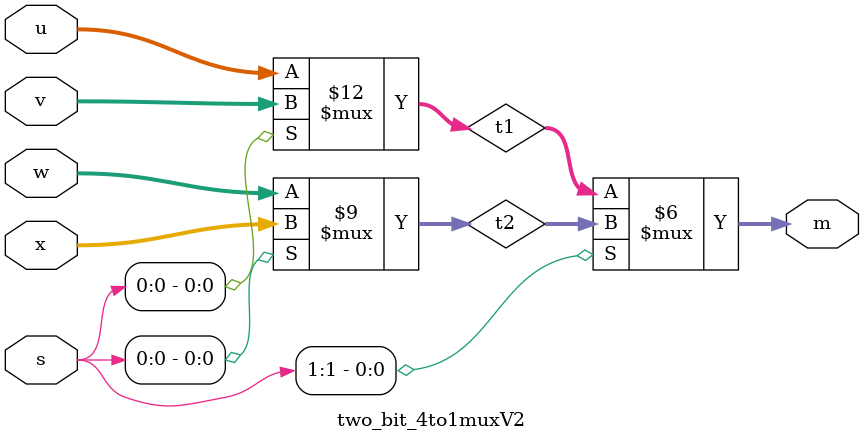
<source format=v>
module two_bit_4to1muxV2 (s,u,v,w,x,m);
 
	input[1:0] s;
	input[1:0] u,v,w,x;
	output reg[1:0] m;
	
	reg[1:0] t1, t2;
	
	// t1 = !s[0] ? u : v;
	// t2 = !s[0] ? w : x;
	always @(u,v,w,x,s) begin
		if (s[0] == 1'b0) 
		begin
			t1 = u;
			t2 = w;
		end
		else // if (s[0] == 1'b1)
		begin
			t1 = v;
			t2 = x;
		end
	end

	always @(t1, t2, s) begin
		if (s[1] == 1'b0) 
			m = t1;
		else
		  m = t2;
	end

endmodule

</source>
